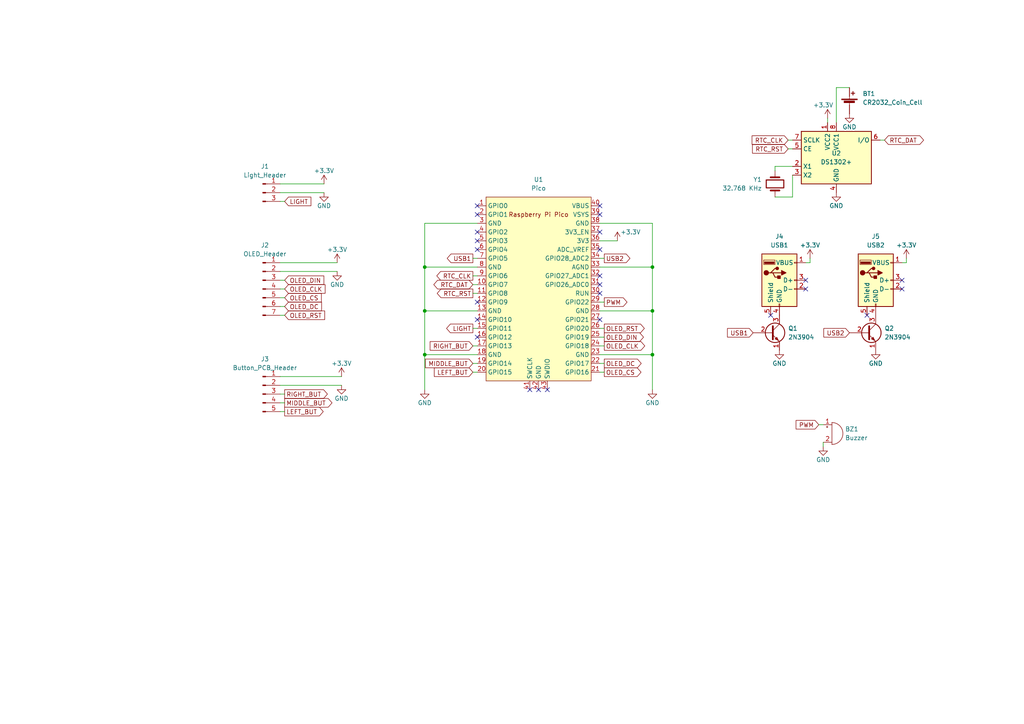
<source format=kicad_sch>
(kicad_sch (version 20211123) (generator eeschema)
  (paper "A4")
  (lib_symbols
    (symbol "Connector:Conn_01x03_Male" (pin_names (offset 1.016) hide)
      (property "Reference" "J" (at 0 5.08 0))
      (property "Value" "Conn_01x03_Male" (at 0 -5.08 0))
      (symbol "Conn_01x03_Male_1_1"
        (polyline (pts (xy 1.27 -2.54) (xy 0.8636 -2.54)) (stroke (width 0.1524)))
        (polyline (pts (xy 1.27 0) (xy 0.8636 0)) (stroke (width 0.1524)))
        (polyline (pts (xy 1.27 2.54) (xy 0.8636 2.54)) (stroke (width 0.1524)))
        (rectangle (start 0.8636 -2.413) (end 0 -2.667) (stroke (width 0.1524)) (fill (type outline)))
        (rectangle (start 0.8636 0.127) (end 0 -0.127) (stroke (width 0.1524)) (fill (type outline)))
        (rectangle (start 0.8636 2.667) (end 0 2.413) (stroke (width 0.1524)) (fill (type outline)))
        (pin passive line (at 5.08 2.54 180) (length 3.81) (name "Pin_1") (number "1"))
        (pin passive line (at 5.08 0 180) (length 3.81) (name "Pin_2") (number "2"))
        (pin passive line (at 5.08 -2.54 180) (length 3.81) (name "Pin_3") (number "3"))
      )
    )
    (symbol "Connector:Conn_01x05_Male" (pin_names (offset 1.016) hide)
      (property "Reference" "J" (at 0 7.62 0))
      (property "Value" "Conn_01x05_Male" (at 0 -7.62 0))
      (symbol "Conn_01x05_Male_1_1"
        (polyline (pts (xy 1.27 -5.08) (xy 0.8636 -5.08)) (stroke (width 0.1524)))
        (polyline (pts (xy 1.27 -2.54) (xy 0.8636 -2.54)) (stroke (width 0.1524)))
        (polyline (pts (xy 1.27 0) (xy 0.8636 0)) (stroke (width 0.1524)))
        (polyline (pts (xy 1.27 2.54) (xy 0.8636 2.54)) (stroke (width 0.1524)))
        (polyline (pts (xy 1.27 5.08) (xy 0.8636 5.08)) (stroke (width 0.1524)))
        (rectangle (start 0.8636 -4.953) (end 0 -5.207) (stroke (width 0.1524)) (fill (type outline)))
        (rectangle (start 0.8636 -2.413) (end 0 -2.667) (stroke (width 0.1524)) (fill (type outline)))
        (rectangle (start 0.8636 0.127) (end 0 -0.127) (stroke (width 0.1524)) (fill (type outline)))
        (rectangle (start 0.8636 2.667) (end 0 2.413) (stroke (width 0.1524)) (fill (type outline)))
        (rectangle (start 0.8636 5.207) (end 0 4.953) (stroke (width 0.1524)) (fill (type outline)))
        (pin passive line (at 5.08 5.08 180) (length 3.81) (name "Pin_1") (number "1"))
        (pin passive line (at 5.08 2.54 180) (length 3.81) (name "Pin_2") (number "2"))
        (pin passive line (at 5.08 0 180) (length 3.81) (name "Pin_3") (number "3"))
        (pin passive line (at 5.08 -2.54 180) (length 3.81) (name "Pin_4") (number "4"))
        (pin passive line (at 5.08 -5.08 180) (length 3.81) (name "Pin_5") (number "5"))
      )
    )
    (symbol "Connector:Conn_01x07_Male" (pin_names (offset 1.016) hide)
      (property "Reference" "J" (at 0 10.16 0))
      (property "Value" "Conn_01x07_Male" (at 0 -10.16 0))
      (symbol "Conn_01x07_Male_1_1"
        (polyline (pts (xy 1.27 -7.62) (xy 0.8636 -7.62)) (stroke (width 0.1524)))
        (polyline (pts (xy 1.27 -5.08) (xy 0.8636 -5.08)) (stroke (width 0.1524)))
        (polyline (pts (xy 1.27 -2.54) (xy 0.8636 -2.54)) (stroke (width 0.1524)))
        (polyline (pts (xy 1.27 0) (xy 0.8636 0)) (stroke (width 0.1524)))
        (polyline (pts (xy 1.27 2.54) (xy 0.8636 2.54)) (stroke (width 0.1524)))
        (polyline (pts (xy 1.27 5.08) (xy 0.8636 5.08)) (stroke (width 0.1524)))
        (polyline (pts (xy 1.27 7.62) (xy 0.8636 7.62)) (stroke (width 0.1524)))
        (rectangle (start 0.8636 -7.493) (end 0 -7.747) (stroke (width 0.1524)) (fill (type outline)))
        (rectangle (start 0.8636 -4.953) (end 0 -5.207) (stroke (width 0.1524)) (fill (type outline)))
        (rectangle (start 0.8636 -2.413) (end 0 -2.667) (stroke (width 0.1524)) (fill (type outline)))
        (rectangle (start 0.8636 0.127) (end 0 -0.127) (stroke (width 0.1524)) (fill (type outline)))
        (rectangle (start 0.8636 2.667) (end 0 2.413) (stroke (width 0.1524)) (fill (type outline)))
        (rectangle (start 0.8636 5.207) (end 0 4.953) (stroke (width 0.1524)) (fill (type outline)))
        (rectangle (start 0.8636 7.747) (end 0 7.493) (stroke (width 0.1524)) (fill (type outline)))
        (pin passive line (at 5.08 7.62 180) (length 3.81) (name "Pin_1") (number "1"))
        (pin passive line (at 5.08 5.08 180) (length 3.81) (name "Pin_2") (number "2"))
        (pin passive line (at 5.08 2.54 180) (length 3.81) (name "Pin_3") (number "3"))
        (pin passive line (at 5.08 0 180) (length 3.81) (name "Pin_4") (number "4"))
        (pin passive line (at 5.08 -2.54 180) (length 3.81) (name "Pin_5") (number "5"))
        (pin passive line (at 5.08 -5.08 180) (length 3.81) (name "Pin_6") (number "6"))
        (pin passive line (at 5.08 -7.62 180) (length 3.81) (name "Pin_7") (number "7"))
      )
    )
    (symbol "Connector:USB_A" (pin_names (offset 1.016))
      (property "Reference" "J" (at -5.08 11.43 0))
      (property "Value" "USB_A" (at -5.08 8.89 0))
      (symbol "USB_A_0_1"
        (rectangle (start -5.08 -7.62) (end 5.08 7.62) (stroke (width 0.254)) (fill (type background)))
        (circle (center -3.81 2.159) (radius 0.635) (stroke (width 0.254)) (fill (type outline)))
        (rectangle (start -1.524 4.826) (end -4.318 5.334) (fill (type outline)))
        (rectangle (start -1.27 4.572) (end -4.572 5.842))
        (circle (center -0.635 3.429) (radius 0.381) (stroke (width 0.254)) (fill (type outline)))
        (rectangle (start -0.127 -7.62) (end 0.127 -6.858))
        (polyline (pts (xy -3.175 2.159) (xy -2.54 2.159) (xy -1.27 3.429) (xy -0.635 3.429)) (stroke (width 0.254)))
        (polyline (pts (xy -2.54 2.159) (xy -1.905 2.159) (xy -1.27 0.889) (xy 0 0.889)) (stroke (width 0.254)))
        (polyline (pts (xy 0.635 2.794) (xy 0.635 1.524) (xy 1.905 2.159) (xy 0.635 2.794)) (stroke (width 0.254)) (fill (type outline)))
        (rectangle (start 0.254 1.27) (end -0.508 0.508) (stroke (width 0.254)) (fill (type outline)))
        (rectangle (start 5.08 -2.667) (end 4.318 -2.413))
        (rectangle (start 5.08 -0.127) (end 4.318 0.127))
        (rectangle (start 5.08 4.953) (end 4.318 5.207))
      )
      (symbol "USB_A_1_1"
        (polyline (pts (xy -1.905 2.159) (xy 0.635 2.159)) (stroke (width 0.254)))
        (pin power_in line (at 7.62 5.08 180) (length 2.54) (name "VBUS") (number "1"))
        (pin bidirectional line (at 7.62 -2.54 180) (length 2.54) (name "D-") (number "2"))
        (pin bidirectional line (at 7.62 0 180) (length 2.54) (name "D+") (number "3"))
        (pin power_in line (at 0 -10.16 90) (length 2.54) (name "GND") (number "4"))
        (pin passive line (at -2.54 -10.16 90) (length 2.54) (name "Shield") (number "5"))
      )
    )
    (symbol "Device:Battery_Cell" (pin_numbers hide) (pin_names (offset 0) hide)
      (property "Reference" "BT" (at 2.54 2.54 0))
      (property "Value" "Battery_Cell" (at 2.54 0 0))
      (symbol "Battery_Cell_0_1"
        (rectangle (start -2.286 1.778) (end 2.286 1.524) (fill (type outline)))
        (rectangle (start -1.5748 1.1938) (end 1.4732 0.6858) (fill (type outline)))
        (polyline (pts (xy 0 0.762) (xy 0 0)))
        (polyline (pts (xy 0 1.778) (xy 0 2.54)))
        (polyline (pts (xy 0.508 3.429) (xy 1.524 3.429)) (stroke (width 0.254)))
        (polyline (pts (xy 1.016 3.937) (xy 1.016 2.921)) (stroke (width 0.254)))
      )
      (symbol "Battery_Cell_1_1"
        (pin passive line (at 0 5.08 270) (length 2.54) (name "+") (number "1"))
        (pin passive line (at 0 -2.54 90) (length 2.54) (name "-") (number "2"))
      )
    )
    (symbol "Device:Buzzer" (pin_names (offset 0.0254) hide)
      (property "Reference" "BZ" (at 3.81 1.27 0))
      (property "Value" "Buzzer" (at 3.81 -1.27 0))
      (symbol "Buzzer_0_1"
        (arc (start 0 -3.175) (mid 3.175 0) (end 0 3.175))
        (polyline (pts (xy -1.651 1.905) (xy -1.143 1.905)))
        (polyline (pts (xy -1.397 2.159) (xy -1.397 1.651)))
        (polyline (pts (xy 0 3.175) (xy 0 -3.175)))
      )
      (symbol "Buzzer_1_1"
        (pin passive line (at -2.54 2.54 0) (length 2.54) (name "-") (number "1"))
        (pin passive line (at -2.54 -2.54 0) (length 2.54) (name "+") (number "2"))
      )
    )
    (symbol "Device:Crystal" (pin_numbers hide) (pin_names (offset 1.016) hide)
      (property "Reference" "Y" (at 0 3.81 0))
      (property "Value" "Crystal" (at 0 -3.81 0))
      (symbol "Crystal_0_1"
        (rectangle (start -1.143 2.54) (end 1.143 -2.54) (stroke (width 0.3048)))
        (polyline (pts (xy -2.54 0) (xy -1.905 0)))
        (polyline (pts (xy -1.905 -1.27) (xy -1.905 1.27)) (stroke (width 0.508)))
        (polyline (pts (xy 1.905 -1.27) (xy 1.905 1.27)) (stroke (width 0.508)))
        (polyline (pts (xy 2.54 0) (xy 1.905 0)))
      )
      (symbol "Crystal_1_1"
        (pin passive line (at -3.81 0 0) (length 1.27) (name "1") (number "1"))
        (pin passive line (at 3.81 0 180) (length 1.27) (name "2") (number "2"))
      )
    )
    (symbol "MCU_RaspberryPi_and_Boards:Pico"
      (property "Reference" "U" (at -13.97 27.94 0))
      (property "Value" "Pico" (at 0 19.05 0))
      (symbol "Pico_0_0"
        (text "Raspberry Pi Pico" (at 0 21.59 0) (effects (font (size 1.27 1.27))))
      )
      (symbol "Pico_0_1"
        (rectangle (start -15.24 26.67) (end 15.24 -26.67) (fill (type background)))
      )
      (symbol "Pico_1_1"
        (pin bidirectional line (at -17.78 24.13 0) (length 2.54) (name "GPIO0") (number "1"))
        (pin bidirectional line (at -17.78 1.27 0) (length 2.54) (name "GPIO7") (number "10"))
        (pin bidirectional line (at -17.78 -1.27 0) (length 2.54) (name "GPIO8") (number "11"))
        (pin bidirectional line (at -17.78 -3.81 0) (length 2.54) (name "GPIO9") (number "12"))
        (pin power_in line (at -17.78 -6.35 0) (length 2.54) (name "GND") (number "13"))
        (pin bidirectional line (at -17.78 -8.89 0) (length 2.54) (name "GPIO10") (number "14"))
        (pin bidirectional line (at -17.78 -11.43 0) (length 2.54) (name "GPIO11") (number "15"))
        (pin bidirectional line (at -17.78 -13.97 0) (length 2.54) (name "GPIO12") (number "16"))
        (pin bidirectional line (at -17.78 -16.51 0) (length 2.54) (name "GPIO13") (number "17"))
        (pin power_in line (at -17.78 -19.05 0) (length 2.54) (name "GND") (number "18"))
        (pin bidirectional line (at -17.78 -21.59 0) (length 2.54) (name "GPIO14") (number "19"))
        (pin bidirectional line (at -17.78 21.59 0) (length 2.54) (name "GPIO1") (number "2"))
        (pin bidirectional line (at -17.78 -24.13 0) (length 2.54) (name "GPIO15") (number "20"))
        (pin bidirectional line (at 17.78 -24.13 180) (length 2.54) (name "GPIO16") (number "21"))
        (pin bidirectional line (at 17.78 -21.59 180) (length 2.54) (name "GPIO17") (number "22"))
        (pin power_in line (at 17.78 -19.05 180) (length 2.54) (name "GND") (number "23"))
        (pin bidirectional line (at 17.78 -16.51 180) (length 2.54) (name "GPIO18") (number "24"))
        (pin bidirectional line (at 17.78 -13.97 180) (length 2.54) (name "GPIO19") (number "25"))
        (pin bidirectional line (at 17.78 -11.43 180) (length 2.54) (name "GPIO20") (number "26"))
        (pin bidirectional line (at 17.78 -8.89 180) (length 2.54) (name "GPIO21") (number "27"))
        (pin power_in line (at 17.78 -6.35 180) (length 2.54) (name "GND") (number "28"))
        (pin bidirectional line (at 17.78 -3.81 180) (length 2.54) (name "GPIO22") (number "29"))
        (pin power_in line (at -17.78 19.05 0) (length 2.54) (name "GND") (number "3"))
        (pin input line (at 17.78 -1.27 180) (length 2.54) (name "RUN") (number "30"))
        (pin bidirectional line (at 17.78 1.27 180) (length 2.54) (name "GPIO26_ADC0") (number "31"))
        (pin bidirectional line (at 17.78 3.81 180) (length 2.54) (name "GPIO27_ADC1") (number "32"))
        (pin power_in line (at 17.78 6.35 180) (length 2.54) (name "AGND") (number "33"))
        (pin bidirectional line (at 17.78 8.89 180) (length 2.54) (name "GPIO28_ADC2") (number "34"))
        (pin power_in line (at 17.78 11.43 180) (length 2.54) (name "ADC_VREF") (number "35"))
        (pin power_in line (at 17.78 13.97 180) (length 2.54) (name "3V3") (number "36"))
        (pin input line (at 17.78 16.51 180) (length 2.54) (name "3V3_EN") (number "37"))
        (pin bidirectional line (at 17.78 19.05 180) (length 2.54) (name "GND") (number "38"))
        (pin power_in line (at 17.78 21.59 180) (length 2.54) (name "VSYS") (number "39"))
        (pin bidirectional line (at -17.78 16.51 0) (length 2.54) (name "GPIO2") (number "4"))
        (pin power_in line (at 17.78 24.13 180) (length 2.54) (name "VBUS") (number "40"))
        (pin input line (at -2.54 -29.21 90) (length 2.54) (name "SWCLK") (number "41"))
        (pin power_in line (at 0 -29.21 90) (length 2.54) (name "GND") (number "42"))
        (pin bidirectional line (at 2.54 -29.21 90) (length 2.54) (name "SWDIO") (number "43"))
        (pin bidirectional line (at -17.78 13.97 0) (length 2.54) (name "GPIO3") (number "5"))
        (pin bidirectional line (at -17.78 11.43 0) (length 2.54) (name "GPIO4") (number "6"))
        (pin bidirectional line (at -17.78 8.89 0) (length 2.54) (name "GPIO5") (number "7"))
        (pin power_in line (at -17.78 6.35 0) (length 2.54) (name "GND") (number "8"))
        (pin bidirectional line (at -17.78 3.81 0) (length 2.54) (name "GPIO6") (number "9"))
      )
    )
    (symbol "Timer_RTC:DS1302+"
      (property "Reference" "U" (at -8.89 8.89 0))
      (property "Value" "DS1302+" (at 6.35 8.89 0))
      (symbol "DS1302+_1_1"
        (rectangle (start -10.16 7.62) (end 10.16 -7.62) (stroke (width 0.254)) (fill (type background)))
        (pin power_in line (at -2.54 10.16 270) (length 2.54) (name "VCC2") (number "1"))
        (pin input line (at -12.7 -2.54 0) (length 2.54) (name "X1") (number "2"))
        (pin input line (at -12.7 -5.08 0) (length 2.54) (name "X2") (number "3"))
        (pin power_in line (at 0 -10.16 90) (length 2.54) (name "GND") (number "4"))
        (pin input line (at -12.7 2.54 0) (length 2.54) (name "CE") (number "5"))
        (pin bidirectional line (at 12.7 5.08 180) (length 2.54) (name "I/O") (number "6"))
        (pin input line (at -12.7 5.08 0) (length 2.54) (name "SCLK") (number "7"))
        (pin power_in line (at 0 10.16 270) (length 2.54) (name "VCC1") (number "8"))
      )
    )
    (symbol "Transistor_BJT:2N3904" (pin_names (offset 0) hide)
      (property "Reference" "Q" (at 5.08 1.905 0))
      (property "Value" "2N3904" (at 5.08 0 0))
      (symbol "2N3904_0_1"
        (polyline (pts (xy 0.635 0.635) (xy 2.54 2.54)))
        (polyline (pts (xy 0.635 -0.635) (xy 2.54 -2.54) (xy 2.54 -2.54)))
        (polyline (pts (xy 0.635 1.905) (xy 0.635 -1.905) (xy 0.635 -1.905)) (stroke (width 0.508)))
        (polyline (pts (xy 1.27 -1.778) (xy 1.778 -1.27) (xy 2.286 -2.286) (xy 1.27 -1.778) (xy 1.27 -1.778)) (fill (type outline)))
        (circle (center 1.27 0) (radius 2.8194) (stroke (width 0.254)))
      )
      (symbol "2N3904_1_1"
        (pin passive line (at 2.54 -5.08 90) (length 2.54) (name "E") (number "1"))
        (pin passive line (at -5.08 0 0) (length 5.715) (name "B") (number "2"))
        (pin passive line (at 2.54 5.08 270) (length 2.54) (name "C") (number "3"))
      )
    )
    (symbol "power:+3.3V" (power) (pin_names (offset 0))
      (property "Value" "+3.3V" (at 0 3.556 0))
      (symbol "+3.3V_0_1"
        (polyline (pts (xy -0.762 1.27) (xy 0 2.54)))
        (polyline (pts (xy 0 0) (xy 0 2.54)))
        (polyline (pts (xy 0 2.54) (xy 0.762 1.27)))
      )
      (symbol "+3.3V_1_1"
        (pin power_in line (at 0 0 90) (length 0) hide (name "+3.3V") (number "1"))
      )
    )
    (symbol "power:GND" (power) (pin_names (offset 0))
      (property "Value" "GND" (at 0 -3.81 0))
      (symbol "GND_0_1"
        (polyline (pts (xy 0 0) (xy 0 -1.27) (xy 1.27 -1.27) (xy 0 -2.54) (xy -1.27 -1.27) (xy 0 -1.27)))
      )
      (symbol "GND_1_1"
        (pin power_in line (at 0 0 270) (length 0) hide (name "GND") (number "1"))
      )
    )
  )
  (junction (at 189.23 90.17))
  (junction (at 123.19 77.47))
  (junction (at 123.19 90.17))
  (junction (at 189.23 77.47))
  (junction (at 123.19 102.87))
  (junction (at 189.23 102.87))
  (no_connect (at 233.68 81.28))
  (no_connect (at 173.99 80.01))
  (no_connect (at 261.62 83.82))
  (no_connect (at 173.99 62.23))
  (no_connect (at 138.43 59.69))
  (no_connect (at 233.68 83.82))
  (no_connect (at 138.43 72.39))
  (no_connect (at 153.67 113.03))
  (no_connect (at 173.99 67.31))
  (no_connect (at 173.99 85.09))
  (no_connect (at 261.62 81.28))
  (no_connect (at 173.99 92.71))
  (no_connect (at 173.99 59.69))
  (no_connect (at 251.46 91.44))
  (no_connect (at 138.43 97.79))
  (no_connect (at 138.43 69.85))
  (no_connect (at 138.43 67.31))
  (no_connect (at 158.75 113.03))
  (no_connect (at 173.99 72.39))
  (no_connect (at 173.99 82.55))
  (no_connect (at 138.43 92.71))
  (no_connect (at 223.52 91.44))
  (no_connect (at 138.43 87.63))
  (no_connect (at 138.43 62.23))
  (no_connect (at 156.21 113.03))
  (wire (pts (xy 173.99 102.87) (xy 189.23 102.87)))
  (wire (pts (xy 189.23 102.87) (xy 189.23 113.03)))
  (wire (pts (xy 123.19 90.17) (xy 123.19 102.87)))
  (wire (pts (xy 137.16 107.95) (xy 138.43 107.95)))
  (wire (pts (xy 173.99 90.17) (xy 189.23 90.17)))
  (wire (pts (xy 189.23 90.17) (xy 189.23 102.87)))
  (wire (pts (xy 81.28 55.88) (xy 93.98 55.88)))
  (wire (pts (xy 228.6 40.64) (xy 229.87 40.64)))
  (wire (pts (xy 228.6 43.18) (xy 229.87 43.18)))
  (wire (pts (xy 81.28 81.28) (xy 82.55 81.28)))
  (wire (pts (xy 123.19 77.47) (xy 138.43 77.47)))
  (wire (pts (xy 173.99 69.85) (xy 179.07 69.85)))
  (wire (pts (xy 173.99 87.63) (xy 175.26 87.63)))
  (wire (pts (xy 81.28 83.82) (xy 82.55 83.82)))
  (wire (pts (xy 81.28 86.36) (xy 82.55 86.36)))
  (wire (pts (xy 123.19 102.87) (xy 138.43 102.87)))
  (wire (pts (xy 81.28 76.2) (xy 97.79 76.2)))
  (wire (pts (xy 137.16 82.55) (xy 138.43 82.55)))
  (wire (pts (xy 238.76 128.27) (xy 238.76 129.54)))
  (wire (pts (xy 137.16 85.09) (xy 138.43 85.09)))
  (wire (pts (xy 137.16 100.33) (xy 138.43 100.33)))
  (wire (pts (xy 173.99 100.33) (xy 175.26 100.33)))
  (wire (pts (xy 137.16 74.93) (xy 138.43 74.93)))
  (wire (pts (xy 262.89 74.93) (xy 262.89 76.2)))
  (wire (pts (xy 123.19 64.77) (xy 123.19 77.47)))
  (wire (pts (xy 123.19 77.47) (xy 123.19 90.17)))
  (wire (pts (xy 234.95 74.93) (xy 234.95 76.2)))
  (wire (pts (xy 224.79 49.53) (xy 224.79 48.26)))
  (wire (pts (xy 81.28 116.84) (xy 82.55 116.84)))
  (wire (pts (xy 81.28 88.9) (xy 82.55 88.9)))
  (wire (pts (xy 234.95 76.2) (xy 233.68 76.2)))
  (wire (pts (xy 173.99 95.25) (xy 175.26 95.25)))
  (wire (pts (xy 137.16 95.25) (xy 138.43 95.25)))
  (wire (pts (xy 81.28 114.3) (xy 82.55 114.3)))
  (wire (pts (xy 242.57 25.4) (xy 246.38 25.4)))
  (wire (pts (xy 81.28 58.42) (xy 82.55 58.42)))
  (wire (pts (xy 189.23 77.47) (xy 189.23 90.17)))
  (wire (pts (xy 81.28 119.38) (xy 82.55 119.38)))
  (wire (pts (xy 173.99 64.77) (xy 189.23 64.77)))
  (wire (pts (xy 262.89 76.2) (xy 261.62 76.2)))
  (wire (pts (xy 189.23 64.77) (xy 189.23 77.47)))
  (wire (pts (xy 237.49 123.19) (xy 238.76 123.19)))
  (wire (pts (xy 224.79 48.26) (xy 229.87 48.26)))
  (wire (pts (xy 173.99 74.93) (xy 175.26 74.93)))
  (wire (pts (xy 137.16 105.41) (xy 138.43 105.41)))
  (wire (pts (xy 229.87 57.15) (xy 224.79 57.15)))
  (wire (pts (xy 240.03 34.29) (xy 240.03 35.56)))
  (wire (pts (xy 173.99 107.95) (xy 175.26 107.95)))
  (wire (pts (xy 137.16 80.01) (xy 138.43 80.01)))
  (wire (pts (xy 173.99 97.79) (xy 175.26 97.79)))
  (wire (pts (xy 81.28 53.34) (xy 93.98 53.34)))
  (wire (pts (xy 242.57 25.4) (xy 242.57 35.56)))
  (wire (pts (xy 123.19 90.17) (xy 138.43 90.17)))
  (wire (pts (xy 81.28 111.76) (xy 99.06 111.76)))
  (wire (pts (xy 255.27 40.64) (xy 256.54 40.64)))
  (wire (pts (xy 229.87 50.8) (xy 229.87 57.15)))
  (wire (pts (xy 138.43 64.77) (xy 123.19 64.77)))
  (wire (pts (xy 173.99 105.41) (xy 175.26 105.41)))
  (wire (pts (xy 123.19 102.87) (xy 123.19 113.03)))
  (wire (pts (xy 81.28 109.22) (xy 99.06 109.22)))
  (wire (pts (xy 81.28 91.44) (xy 82.55 91.44)))
  (wire (pts (xy 81.28 78.74) (xy 97.79 78.74)))
  (wire (pts (xy 173.99 77.47) (xy 189.23 77.47)))
  (global_label "LEFT_BUT" (shape input) (at 137.16 107.95 180) (property "Intersheet References" "${INTERSHEET_REFS}" (effects hide)))
  (global_label "OLED_CS" (shape input) (at 82.55 86.36 0) (property "Intersheet References" "${INTERSHEET_REFS}" (effects hide)))
  (global_label "MIDDLE_BUT" (shape output) (at 82.55 116.84 0) (property "Intersheet References" "${INTERSHEET_REFS}" (effects hide)))
  (global_label "OLED_CS" (shape output) (at 175.26 107.95 0) (property "Intersheet References" "${INTERSHEET_REFS}" (effects hide)))
  (global_label "USB1" (shape output) (at 137.16 74.93 180) (property "Intersheet References" "${INTERSHEET_REFS}" (effects hide)))
  (global_label "OLED_CLK" (shape output) (at 175.26 100.33 0) (property "Intersheet References" "${INTERSHEET_REFS}" (effects hide)))
  (global_label "LIGHT" (shape output) (at 137.16 95.25 180) (property "Intersheet References" "${INTERSHEET_REFS}" (effects hide)))
  (global_label "RTC_DAT" (shape bidirectional) (at 256.54 40.64 0) (property "Intersheet References" "${INTERSHEET_REFS}" (effects hide)))
  (global_label "OLED_RST" (shape input) (at 82.55 91.44 0) (property "Intersheet References" "${INTERSHEET_REFS}" (effects hide)))
  (global_label "OLED_DIN" (shape input) (at 82.55 81.28 0) (property "Intersheet References" "${INTERSHEET_REFS}" (effects hide)))
  (global_label "LIGHT" (shape input) (at 82.55 58.42 0) (property "Intersheet References" "${INTERSHEET_REFS}" (effects hide)))
  (global_label "USB2" (shape input) (at 246.38 96.52 180) (property "Intersheet References" "${INTERSHEET_REFS}" (effects hide)))
  (global_label "RTC_CLK" (shape input) (at 228.6 40.64 180) (property "Intersheet References" "${INTERSHEET_REFS}" (effects hide)))
  (global_label "OLED_DC" (shape input) (at 82.55 88.9 0) (property "Intersheet References" "${INTERSHEET_REFS}" (effects hide)))
  (global_label "USB1" (shape input) (at 218.44 96.52 180) (property "Intersheet References" "${INTERSHEET_REFS}" (effects hide)))
  (global_label "PWM" (shape input) (at 237.49 123.19 180) (property "Intersheet References" "${INTERSHEET_REFS}" (effects hide)))
  (global_label "RTC_CLK" (shape output) (at 137.16 80.01 180) (property "Intersheet References" "${INTERSHEET_REFS}" (effects hide)))
  (global_label "OLED_RST" (shape output) (at 175.26 95.25 0) (property "Intersheet References" "${INTERSHEET_REFS}" (effects hide)))
  (global_label "PWM" (shape output) (at 175.26 87.63 0) (property "Intersheet References" "${INTERSHEET_REFS}" (effects hide)))
  (global_label "OLED_DIN" (shape output) (at 175.26 97.79 0) (property "Intersheet References" "${INTERSHEET_REFS}" (effects hide)))
  (global_label "OLED_DC" (shape output) (at 175.26 105.41 0) (property "Intersheet References" "${INTERSHEET_REFS}" (effects hide)))
  (global_label "USB2" (shape output) (at 175.26 74.93 0) (property "Intersheet References" "${INTERSHEET_REFS}" (effects hide)))
  (global_label "RTC_RST" (shape input) (at 228.6 43.18 180) (property "Intersheet References" "${INTERSHEET_REFS}" (effects hide)))
  (global_label "RIGHT_BUT" (shape output) (at 82.55 114.3 0) (property "Intersheet References" "${INTERSHEET_REFS}" (effects hide)))
  (global_label "RTC_DAT" (shape bidirectional) (at 137.16 82.55 180) (property "Intersheet References" "${INTERSHEET_REFS}" (effects hide)))
  (global_label "RIGHT_BUT" (shape input) (at 137.16 100.33 180) (property "Intersheet References" "${INTERSHEET_REFS}" (effects hide)))
  (global_label "LEFT_BUT" (shape output) (at 82.55 119.38 0) (property "Intersheet References" "${INTERSHEET_REFS}" (effects hide)))
  (global_label "OLED_CLK" (shape input) (at 82.55 83.82 0) (property "Intersheet References" "${INTERSHEET_REFS}" (effects hide)))
  (global_label "RTC_RST" (shape output) (at 137.16 85.09 180) (property "Intersheet References" "${INTERSHEET_REFS}" (effects hide)))
  (global_label "MIDDLE_BUT" (shape input) (at 137.16 105.41 180) (property "Intersheet References" "${INTERSHEET_REFS}" (effects hide)))
  (symbol (lib_id "power:+3.3V") (at 99.06 109.22 0) (unit 1)
    (property "Reference" "#PWR03" (effects hide))
    (property "Value" "+3.3V" (at 99.06 105.41 0))
  )
  (symbol (lib_id "Transistor_BJT:2N3904") (at 251.46 96.52 0) (unit 1)
    (property "Reference" "Q2" (at 256.54 95.2499 0) (effects (justify left)))
    (property "Value" "2N3904" (at 256.54 97.7899 0) (effects (justify left)))
    (property "Footprint" "Package_TO_SOT_THT:TO-92_Inline" (effects hide))
    (property "Datasheet" "https://www.onsemi.com/pub/Collateral/2N3903-D.PDF" (effects hide))
  )
  (symbol (lib_id "power:GND") (at 189.23 113.03 0) (unit 1)
    (property "Reference" "#PWR09" (effects hide))
    (property "Value" "GND" (at 189.23 116.84 0))
  )
  (symbol (lib_id "power:GND") (at 246.38 33.02 0) (unit 1)
    (property "Reference" "#PWR015" (effects hide))
    (property "Value" "GND" (at 246.38 36.83 0))
  )
  (symbol (lib_id "power:GND") (at 97.79 78.74 0) (unit 1)
    (property "Reference" "#PWR05" (effects hide))
    (property "Value" "GND" (at 97.79 82.55 0))
  )
  (symbol (lib_id "power:+3.3V") (at 93.98 53.34 0) (unit 1)
    (property "Reference" "#PWR01" (effects hide))
    (property "Value" "+3.3V" (at 93.98 49.53 0))
  )
  (symbol (lib_id "Device:Buzzer") (at 241.3 125.73 0) (unit 1)
    (property "Reference" "BZ1" (at 245.11 124.4599 0) (effects (justify left)))
    (property "Value" "Buzzer" (at 245.11 126.9999 0) (effects (justify left)))
    (property "Footprint" "Buzzer_Beeper:Buzzer_12x9.5RM7.6" (effects hide))
  )
  (symbol (lib_id "Connector:Conn_01x05_Male") (at 76.2 114.3 0) (unit 1)
    (property "Reference" "J3" (at 76.835 104.14 0))
    (property "Value" "Button_PCB_Header" (at 76.835 106.68 0))
    (property "Footprint" "Connector_PinHeader_2.54mm:PinHeader_1x05_P2.54mm_Vertical" (effects hide))
  )
  (symbol (lib_id "Device:Crystal") (at 224.79 53.34 270) (unit 1)
    (property "Reference" "Y1" (at 220.98 52.07 90) (effects (justify right)))
    (property "Value" "32.768 KHz" (at 220.98 54.61 90) (effects (justify right)))
    (property "Footprint" "Crystal:Crystal_DS26_D2.0mm_L6.0mm_Horizontal" (effects hide))
  )
  (symbol (lib_id "power:+3.3V") (at 240.03 34.29 0) (unit 1)
    (property "Reference" "#PWR013" (effects hide))
    (property "Value" "+3.3V" (at 238.76 30.48 0))
  )
  (symbol (lib_id "power:GND") (at 93.98 55.88 0) (unit 1)
    (property "Reference" "#PWR04" (effects hide))
    (property "Value" "GND" (at 93.98 59.69 0))
  )
  (symbol (lib_id "power:+3.3V") (at 97.79 76.2 0) (unit 1)
    (property "Reference" "#PWR02" (effects hide))
    (property "Value" "+3.3V" (at 97.79 72.39 0))
  )
  (symbol (lib_id "Connector:USB_A") (at 254 81.28 0) (unit 1)
    (property "Reference" "J5" (at 254 68.58 0))
    (property "Value" "USB2" (at 254 71.12 0))
    (property "Footprint" "Connector_USB:USB_A_CONNFLY_DS1095-WNR0" (effects hide))
    (property "Datasheet" " ~" (effects hide))
  )
  (symbol (lib_id "power:GND") (at 123.19 113.03 0) (unit 1)
    (property "Reference" "#PWR07" (effects hide))
    (property "Value" "GND" (at 123.19 116.84 0))
  )
  (symbol (lib_id "Connector:USB_A") (at 226.06 81.28 0) (unit 1)
    (property "Reference" "J4" (at 226.06 68.58 0))
    (property "Value" "USB1" (at 226.06 71.12 0))
    (property "Footprint" "Connector_USB:USB_A_CONNFLY_DS1095-WNR0" (effects hide))
    (property "Datasheet" " ~" (effects hide))
  )
  (symbol (lib_id "power:GND") (at 254 101.6 0) (unit 1)
    (property "Reference" "#PWR016" (effects hide))
    (property "Value" "GND" (at 254 105.41 0))
  )
  (symbol (lib_id "Timer_RTC:DS1302+") (at 242.57 45.72 0) (unit 1)
    (property "Reference" "U2" (at 242.57 44.45 0))
    (property "Value" "DS1302+" (at 242.57 46.99 0))
    (property "Footprint" "Package_DIP:DIP-8_W7.62mm" (effects hide))
    (property "Datasheet" "https://datasheets.maximintegrated.com/en/ds/DS1302.pdf" (effects hide))
  )
  (symbol (lib_id "power:+3.3V") (at 234.95 74.93 0) (unit 1)
    (property "Reference" "#PWR011" (effects hide))
    (property "Value" "+3.3V" (at 234.95 71.12 0))
  )
  (symbol (lib_id "Device:Battery_Cell") (at 246.38 30.48 0) (unit 1)
    (property "Reference" "BT1" (at 250.19 27.1779 0) (effects (justify left)))
    (property "Value" "CR2032_Coin_Cell" (at 250.19 29.7179 0) (effects (justify left)))
    (property "Footprint" "Vertical_CR2032_Battery_Holder:Vertical_CR2032_Battery_Holder" (effects hide))
  )
  (symbol (lib_id "Connector:Conn_01x03_Male") (at 76.2 55.88 0) (unit 1)
    (property "Reference" "J1" (at 76.835 48.26 0))
    (property "Value" "Light_Header" (at 76.835 50.8 0))
    (property "Footprint" "Connector_PinHeader_2.54mm:PinHeader_1x03_P2.54mm_Vertical" (effects hide))
  )
  (symbol (lib_id "Transistor_BJT:2N3904") (at 223.52 96.52 0) (unit 1)
    (property "Reference" "Q1" (at 228.6 95.2499 0) (effects (justify left)))
    (property "Value" "2N3904" (at 228.6 97.7899 0) (effects (justify left)))
    (property "Footprint" "Package_TO_SOT_THT:TO-92_Inline" (effects hide))
    (property "Datasheet" "https://www.onsemi.com/pub/Collateral/2N3903-D.PDF" (effects hide))
  )
  (symbol (lib_id "power:+3.3V") (at 262.89 74.93 0) (unit 1)
    (property "Reference" "#PWR017" (effects hide))
    (property "Value" "+3.3V" (at 262.89 71.12 0))
  )
  (symbol (lib_id "Connector:Conn_01x07_Male") (at 76.2 83.82 0) (unit 1)
    (property "Reference" "J2" (at 76.835 71.12 0))
    (property "Value" "OLED_Header" (at 76.835 73.66 0))
    (property "Footprint" "Connector_PinHeader_2.54mm:PinHeader_1x07_P2.54mm_Vertical" (effects hide))
  )
  (symbol (lib_id "power:GND") (at 238.76 129.54 0) (unit 1)
    (property "Reference" "#PWR012" (effects hide))
    (property "Value" "GND" (at 238.76 133.35 0))
  )
  (symbol (lib_id "power:GND") (at 99.06 111.76 0) (unit 1)
    (property "Reference" "#PWR06" (effects hide))
    (property "Value" "GND" (at 99.06 115.57 0))
  )
  (symbol (lib_id "power:GND") (at 226.06 101.6 0) (unit 1)
    (property "Reference" "#PWR010" (effects hide))
    (property "Value" "GND" (at 226.06 105.41 0))
  )
  (symbol (lib_id "MCU_RaspberryPi_and_Boards:Pico") (at 156.21 83.82 0) (unit 1)
    (property "Reference" "U1" (at 156.21 52.07 0))
    (property "Value" "Pico" (at 156.21 54.61 0))
    (property "Footprint" "MCU_RaspberryPi_and_Boards:RPi_Pico_SMD_TH" (effects hide))
  )
  (symbol (lib_id "power:GND") (at 242.57 55.88 0) (unit 1)
    (property "Reference" "#PWR014" (effects hide))
    (property "Value" "GND" (at 242.57 59.69 0))
  )
  (symbol (lib_id "power:+3.3V") (at 179.07 69.85 0) (unit 1)
    (property "Reference" "#PWR08" (effects hide))
    (property "Value" "+3.3V" (at 182.88 67.31 0))
  )
)
</source>
